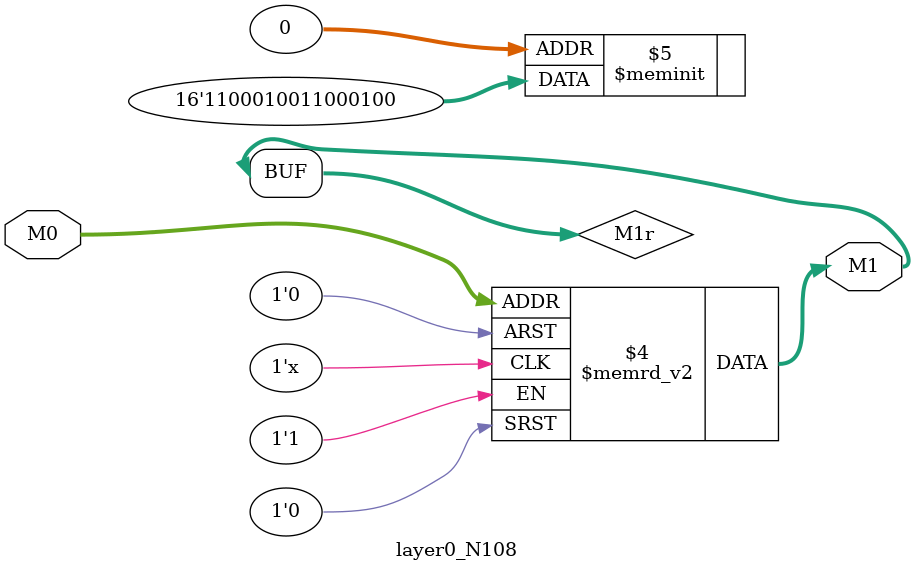
<source format=v>
module layer0_N108 ( input [2:0] M0, output [1:0] M1 );

	(*rom_style = "distributed" *) reg [1:0] M1r;
	assign M1 = M1r;
	always @ (M0) begin
		case (M0)
			3'b000: M1r = 2'b00;
			3'b100: M1r = 2'b00;
			3'b010: M1r = 2'b00;
			3'b110: M1r = 2'b00;
			3'b001: M1r = 2'b01;
			3'b101: M1r = 2'b01;
			3'b011: M1r = 2'b11;
			3'b111: M1r = 2'b11;

		endcase
	end
endmodule

</source>
